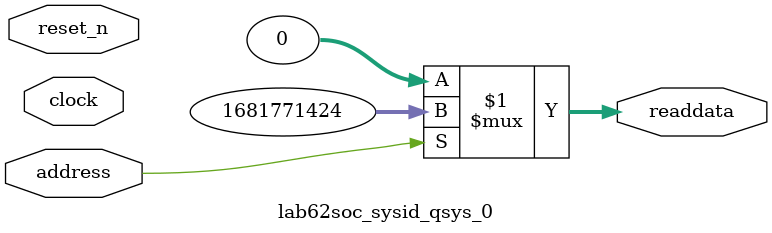
<source format=v>



// synthesis translate_off
`timescale 1ns / 1ps
// synthesis translate_on

// turn off superfluous verilog processor warnings 
// altera message_level Level1 
// altera message_off 10034 10035 10036 10037 10230 10240 10030 

module lab62soc_sysid_qsys_0 (
               // inputs:
                address,
                clock,
                reset_n,

               // outputs:
                readdata
             )
;

  output  [ 31: 0] readdata;
  input            address;
  input            clock;
  input            reset_n;

  wire    [ 31: 0] readdata;
  //control_slave, which is an e_avalon_slave
  assign readdata = address ? 1681771424 : 0;

endmodule



</source>
